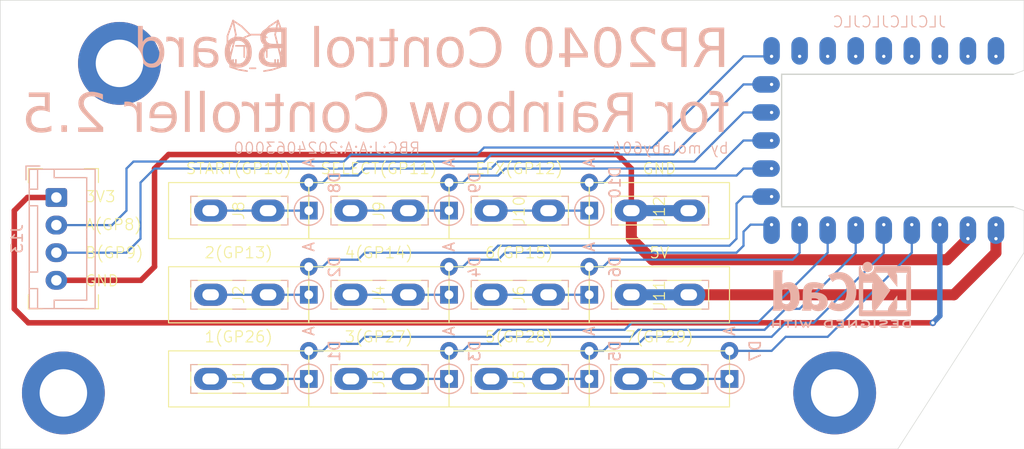
<source format=kicad_pcb>
(kicad_pcb (version 20240108) (generator "pcbnew") (generator_version "8.0")
  (layers (0 "F.Cu" signal) (31 "B.Cu" signal) (34 "B.Paste" user) (35 "F.Paste" user) (36 "B.SilkS" user "B.Silkscreen") (37 "F.SilkS" user "F.Silkscreen") (38 "B.Mask" user) (39 "F.Mask" user) (44 "Edge.Cuts" user))
  (net 0 "")
  (net 1 "+5V")
  (net 2 "GND")
  (net 3 "unconnected-(U1-1-Pad2)")
  (net 4 "unconnected-(U1-0-Pad1)")
  (net 5 "B1")
  (net 6 "B2")
  (net 7 "B3")
  (net 8 "B4")
  (net 9 "B5")
  (net 10 "B6")
  (net 11 "B7")
  (net 12 "STA")
  (net 13 "SEL")
  (net 14 "EFX")
  (net 15 "LEDA")
  (net 16 "LEDB")
  (net 17 "+3V3")
  (net 18 "unconnected-(U1-2-Pad3)")
  (net 19 "unconnected-(U1-5-Pad6)")
  (net 20 "unconnected-(U1-3-Pad4)")
  (net 21 "unconnected-(U1-7-Pad8)")
  (net 22 "unconnected-(U1-4-Pad5)")
  (net 23 "unconnected-(U1-6-Pad7)")
  (net 24 "Net-(D1-K)")
  (net 25 "Net-(D2-K)")
  (net 26 "Net-(D3-K)")
  (net 27 "Net-(D4-K)")
  (net 28 "Net-(D5-K)")
  (net 29 "Net-(D6-K)")
  (net 30 "Net-(D7-K)")
  (net 31 "Net-(D8-K)")
  (net 32 "Net-(D9-K)")
  (net 33 "Net-(D10-K)")
  (footprint "MountingHole:MountingHole_4.3mm_M4_DIN965_Pad_TopBottom" (layer "F.Cu") (at 71.755 34.925)
    (property "Reference" "REF**" (hide yes))
    (property "Value" "MountingHole_4.3mm_M4_DIN965_Pad_TopBottom" (hide yes))
    (pad "1" thru_hole circle (at 0 0) (size 4.7 4.7) (drill 4.3) (layers "*.Cu" "*.Mask"))
    (pad "1" connect circle (at 0 0) (size 7.5 7.5) (layers "F.Cu" "F.Mask"))
    (pad "1" connect circle (at 0 0) (size 7.5 7.5) (layers "B.Cu" "B.Mask"))
  )
  (footprint "Connector_Spade:DJ610-4.8x14" (layer "F.Cu") (at 92.71 63.5 90)
    (property "Reference" "J3" (at 0 2.54 90) (layer "F.SilkS") (effects (font (thickness 0.1))))
    (property "Value" "B3")
    (pad "1" thru_hole oval (at 0 0 90) (size 2 3) (drill oval 1 1.5) (layers "*.Cu" "*.Mask") (net 26 "Net-(D3-K)"))
    (pad "1" thru_hole oval (at 0 5.2 90) (size 2 3) (drill oval 1 1.5) (layers "*.Cu" "*.Mask") (net 26 "Net-(D3-K)"))
  )
  (footprint "Connector_Spade:DJ610-4.8x14" (layer "F.Cu") (at 92.71 55.88 90)
    (property "Reference" "J4" (at 0 2.54 90) (layer "F.SilkS") (effects (font (thickness 0.1))))
    (property "Value" "B4")
    (pad "1" thru_hole oval (at 0 0 90) (size 2 3) (drill oval 1 1.5) (layers "*.Cu" "*.Mask") (net 27 "Net-(D4-K)"))
    (pad "1" thru_hole oval (at 0 5.2 90) (size 2 3) (drill oval 1 1.5) (layers "*.Cu" "*.Mask") (net 27 "Net-(D4-K)"))
  )
  (footprint "Connector_Spade:DJ610-4.8x14" (layer "F.Cu") (at 92.71 48.26 90)
    (property "Reference" "J9" (at 0 2.54 90) (layer "F.SilkS") (effects (font (thickness 0.1))))
    (property "Value" "SEL")
    (pad "1" thru_hole oval (at 0 0 90) (size 2 3) (drill oval 1 1.5) (layers "*.Cu" "*.Mask") (net 32 "Net-(D9-K)"))
    (pad "1" thru_hole oval (at 0 5.2 90) (size 2 3) (drill oval 1 1.5) (layers "*.Cu" "*.Mask") (net 32 "Net-(D9-K)"))
  )
  (footprint "Connector_Spade:DJ610-4.8x14" (layer "F.Cu") (at 80.01 55.88 90)
    (property "Reference" "J2" (at 0 2.54 90) (layer "F.SilkS") (effects (font (thickness 0.1))))
    (property "Value" "B2")
    (pad "1" thru_hole oval (at 0 0 90) (size 2 3) (drill oval 1 1.5) (layers "*.Cu" "*.Mask") (net 25 "Net-(D2-K)"))
    (pad "1" thru_hole oval (at 0 5.2 90) (size 2 3) (drill oval 1 1.5) (layers "*.Cu" "*.Mask") (net 25 "Net-(D2-K)"))
  )
  (footprint "Connector_Spade:DJ610-4.8x14" (layer "F.Cu") (at 118.11 48.26 90)
    (property "Reference" "J12" (at 0 2.54 90) (layer "F.SilkS") (effects (font (thickness 0.1))))
    (property "Value" "GND")
    (pad "1" thru_hole oval (at 0 0 90) (size 2 3) (drill oval 1 1.5) (layers "*.Cu" "*.Mask") (net 2 "GND"))
    (pad "1" thru_hole oval (at 0 5.2 90) (size 2 3) (drill oval 1 1.5) (layers "*.Cu" "*.Mask") (net 2 "GND"))
  )
  (footprint "Connector_Spade:DJ610-4.8x14" (layer "F.Cu") (at 80.01 63.5 90)
    (property "Reference" "J1" (at 0 2.54 90) (layer "F.SilkS") (effects (font (thickness 0.1))))
    (property "Value" "B1")
    (pad "1" thru_hole oval (at 0 0 90) (size 2 3) (drill oval 1 1.5) (layers "*.Cu" "*.Mask") (net 24 "Net-(D1-K)"))
    (pad "1" thru_hole oval (at 0 5.2 90) (size 2 3) (drill oval 1 1.5) (layers "*.Cu" "*.Mask") (net 24 "Net-(D1-K)"))
  )
  (footprint "Connector_Spade:DJ610-4.8x14" (layer "F.Cu") (at 105.41 48.26 90)
    (property "Reference" "J10" (at 0 2.54 90) (layer "F.SilkS") (effects (font (thickness 0.1))))
    (property "Value" "EFX")
    (pad "1" thru_hole oval (at 0 0 90) (size 2 3) (drill oval 1 1.5) (layers "*.Cu" "*.Mask") (net 33 "Net-(D10-K)"))
    (pad "1" thru_hole oval (at 0 5.2 90) (size 2 3) (drill oval 1 1.5) (layers "*.Cu" "*.Mask") (net 33 "Net-(D10-K)"))
  )
  (footprint "MountingHole:MountingHole_4.3mm_M4_DIN965_Pad_TopBottom" (layer "F.Cu") (at 66.675 64.77)
    (property "Reference" "REF**" (hide yes))
    (property "Value" "MountingHole_4.3mm_M4_DIN965_Pad_TopBottom" (hide yes))
    (pad "1" thru_hole circle (at 0 0) (size 4.7 4.7) (drill 4.3) (layers "*.Cu" "*.Mask"))
    (pad "1" connect circle (at 0 0) (size 7.5 7.5) (layers "F.Cu" "F.Mask"))
    (pad "1" connect circle (at 0 0) (size 7.5 7.5) (layers "B.Cu" "B.Mask"))
  )
  (footprint "Connector_Spade:DJ610-4.8x14" (layer "F.Cu") (at 105.41 55.88 90)
    (property "Reference" "J6" (at 0 2.54 90) (layer "F.SilkS") (effects (font (thickness 0.1))))
    (property "Value" "B6")
    (pad "1" thru_hole oval (at 0 0 90) (size 2 3) (drill oval 1 1.5) (layers "*.Cu" "*.Mask") (net 29 "Net-(D6-K)"))
    (pad "1" thru_hole oval (at 0 5.2 90) (size 2 3) (drill oval 1 1.5) (layers "*.Cu" "*.Mask") (net 29 "Net-(D6-K)"))
  )
  (footprint "Connector_Spade:DJ610-4.8x14" (layer "F.Cu") (at 80.01 48.26 90)
    (property "Reference" "J8" (at 0 2.54 90) (layer "F.SilkS") (effects (font (thickness 0.1))))
    (property "Value" "STA")
    (pad "1" thru_hole oval (at 0 0 90) (size 2 3) (drill oval 1 1.5) (layers "*.Cu" "*.Mask") (net 31 "Net-(D8-K)"))
    (pad "1" thru_hole oval (at 0 5.2 90) (size 2 3) (drill oval 1 1.5) (layers "*.Cu" "*.Mask") (net 31 "Net-(D8-K)"))
  )
  (footprint "Connector_Spade:DJ610-4.8x14" (layer "F.Cu") (at 118.11 55.88 90)
    (property "Reference" "J11" (at 0 2.54 90) (layer "F.SilkS") (effects (font (thickness 0.1))))
    (property "Value" "5V")
    (pad "1" thru_hole oval (at 0 0 90) (size 2 3) (drill oval 1 1.5) (layers "*.Cu" "*.Mask") (net 1 "+5V"))
    (pad "1" thru_hole oval (at 0 5.2 90) (size 2 3) (drill oval 1 1.5) (layers "*.Cu" "*.Mask") (net 1 "+5V"))
  )
  (footprint "MountingHole:MountingHole_4.3mm_M4_DIN965_Pad_TopBottom" (layer "F.Cu") (at 136.525 64.77)
    (property "Reference" "REF**" (hide yes))
    (property "Value" "MountingHole_4.3mm_M4_DIN965_Pad_TopBottom" (hide yes))
    (pad "1" thru_hole circle (at 0 0) (size 4.7 4.7) (drill 4.3) (layers "*.Cu" "*.Mask"))
    (pad "1" connect circle (at 0 0) (size 7.5 7.5) (layers "F.Cu" "F.Mask"))
    (pad "1" connect circle (at 0 0) (size 7.5 7.5) (layers "B.Cu" "B.Mask"))
  )
  (footprint "Connector_Spade:DJ610-4.8x14" (layer "F.Cu") (at 118.05 63.5 90)
    (property "Reference" "J7" (at 0 2.6 90) (layer "F.SilkS") (effects (font (thickness 0.1))))
    (property "Value" "B7")
    (pad "1" thru_hole oval (at 0 0 90) (size 2 3) (drill oval 1 1.5) (layers "*.Cu" "*.Mask") (net 30 "Net-(D7-K)"))
    (pad "1" thru_hole oval (at 0 5.2 90) (size 2 3) (drill oval 1 1.5) (layers "*.Cu" "*.Mask") (net 30 "Net-(D7-K)"))
  )
  (footprint "Connector_Spade:DJ610-4.8x14" (layer "F.Cu") (at 105.41 63.5 90)
    (property "Reference" "J5" (at 0 2.54 90) (layer "F.SilkS") (effects (font (thickness 0.1))))
    (property "Value" "B5")
    (pad "1" thru_hole oval (at 0 0 90) (size 2 3) (drill oval 1 1.5) (layers "*.Cu" "*.Mask") (net 28 "Net-(D5-K)"))
    (pad "1" thru_hole oval (at 0 5.2 90) (size 2 3) (drill oval 1 1.5) (layers "*.Cu" "*.Mask") (net 28 "Net-(D5-K)"))
  )
  (footprint "Connector_JST:JST_XH_B4B-XH-A_1x04_P2.50mm_Vertical" (layer "B.Cu") (at 66.04 47.07 -90)
    (property "Reference" "J13" (at 3.75 3.55 90) (layer "B.SilkS") (effects (justify mirror)))
    (property "Value" "Conn_01x04")
    (pad "1" thru_hole roundrect (at 0 0 270) (size 1.7 1.95) (drill 0.95) (layers "*.Cu" "*.Mask") (roundrect_rratio 0.147059) (net 17 "+3V3"))
    (pad "2" thru_hole oval (at 2.5 0 270) (size 1.7 1.95) (drill 0.95) (layers "*.Cu" "*.Mask") (net 15 "LEDA"))
    (pad "3" thru_hole oval (at 5 0 270) (size 1.7 1.95) (drill 0.95) (layers "*.Cu" "*.Mask") (net 16 "LEDB"))
    (pad "4" thru_hole oval (at 7.5 0 270) (size 1.7 1.95) (drill 0.95) (layers "*.Cu" "*.Mask") (net 2 "GND"))
  )
  (footprint "Diode_THT:D_DO-35_SOD27_P2.54mm_Vertical_AnodeUp" (layer "B.Cu") (at 114.3 63.5 90)
    (property "Reference" "D5" (at 2.54 2.326371 -90) (layer "B.SilkS") (effects (justify mirror)))
    (property "Value" "D")
    (fp_text user "A" (at 4.34 0 -90) (layer "B.SilkS") (effects (justify mirror)))
    (pad "1" thru_hole rect (at 0 0 90) (size 1.6 1.6) (drill 0.8) (layers "*.Cu" "*.Mask") (net 28 "Net-(D5-K)"))
    (pad "2" thru_hole oval (at 2.54 0 90) (size 1.6 1.6) (drill 0.8) (layers "*.Cu" "*.Mask") (net 9 "B5"))
  )
  (footprint "Diode_THT:D_DO-35_SOD27_P2.54mm_Vertical_AnodeUp" (layer "B.Cu") (at 88.9 55.88 90)
    (property "Reference" "D2" (at 2.54 2.326371 -90) (layer "B.SilkS") (effects (justify mirror)))
    (property "Value" "D")
    (fp_text user "A" (at 4.34 0 -90) (layer "B.SilkS") (effects (justify mirror)))
    (pad "1" thru_hole rect (at 0 0 90) (size 1.6 1.6) (drill 0.8) (layers "*.Cu" "*.Mask") (net 25 "Net-(D2-K)"))
    (pad "2" thru_hole oval (at 2.54 0 90) (size 1.6 1.6) (drill 0.8) (layers "*.Cu" "*.Mask") (net 6 "B2"))
  )
  (footprint "Symbol:KiCad-Logo2_5mm_SilkScreen" (layer "B.Cu") (at 137.16 55.88 180)
    (property "Reference" "REF**" (hide yes))
    (property "Value" "KiCad-Logo2_5mm_SilkScreen" (hide yes))
  )
  (footprint "Diode_THT:D_DO-35_SOD27_P2.54mm_Vertical_AnodeUp" (layer "B.Cu") (at 88.9 48.26 90)
    (property "Reference" "D8" (at 2.54 2.326371 -90) (layer "B.SilkS") (effects (justify mirror)))
    (property "Value" "D")
    (fp_text user "A" (at 4.34 0 -90) (layer "B.SilkS") (effects (justify mirror)))
    (pad "1" thru_hole rect (at 0 0 90) (size 1.6 1.6) (drill 0.8) (layers "*.Cu" "*.Mask") (net 31 "Net-(D8-K)"))
    (pad "2" thru_hole oval (at 2.54 0 90) (size 1.6 1.6) (drill 0.8) (layers "*.Cu" "*.Mask") (net 12 "STA"))
  )
  (footprint "Diode_THT:D_DO-35_SOD27_P2.54mm_Vertical_AnodeUp" (layer "B.Cu") (at 101.6 48.26 90)
    (property "Reference" "D9" (at 2.54 2.326371 -90) (layer "B.SilkS") (effects (justify mirror)))
    (property "Value" "D")
    (fp_text user "A" (at 4.34 0 -90) (layer "B.SilkS") (effects (justify mirror)))
    (pad "1" thru_hole rect (at 0 0 90) (size 1.6 1.6) (drill 0.8) (layers "*.Cu" "*.Mask") (net 32 "Net-(D9-K)"))
    (pad "2" thru_hole oval (at 2.54 0 90) (size 1.6 1.6) (drill 0.8) (layers "*.Cu" "*.Mask") (net 13 "SEL"))
  )
  (footprint "Diode_THT:D_DO-35_SOD27_P2.54mm_Vertical_AnodeUp" (layer "B.Cu") (at 114.3 55.88 90)
    (property "Reference" "D6" (at 2.54 2.326371 -90) (layer "B.SilkS") (effects (justify mirror)))
    (property "Value" "D")
    (fp_text user "A" (at 4.34 0 -90) (layer "B.SilkS") (effects (justify mirror)))
    (pad "1" thru_hole rect (at 0 0 90) (size 1.6 1.6) (drill 0.8) (layers "*.Cu" "*.Mask") (net 29 "Net-(D6-K)"))
    (pad "2" thru_hole oval (at 2.54 0 90) (size 1.6 1.6) (drill 0.8) (layers "*.Cu" "*.Mask") (net 10 "B6"))
  )
  (footprint "Kleeb_MCU:rp2040-zero-smd" (layer "B.Cu") (at 140.97 41.91 90)
    (property "Reference" "U1" (hide yes))
    (property "Value" "rp2040-zero" (hide yes))
    (fp_line (start 6 -9.25) (end -6 -9.25) (stroke (width 0.12)) (layer "Edge.Cuts"))
    (fp_line (start -6 -9.25) (end -6 11.75) (stroke (width 0.12)) (layer "Edge.Cuts"))
    (fp_line (start 6 11.75) (end 6 -9.25) (stroke (width 0.12)) (layer "Edge.Cuts"))
    (pad "1" smd oval (at 7.62 10.16 270) (size 2.5 1.5) (drill (offset -0.5 0)) (layers "B.Cu" "B.Paste" "B.Mask") (net 4 "unconnected-(U1-0-Pad1)"))
    (pad "2" smd oval (at 7.62 7.62 270) (size 2.5 1.5) (drill (offset -0.5 0)) (layers "B.Cu" "B.Paste" "B.Mask") (net 3 "unconnected-(U1-1-Pad2)"))
    (pad "3" smd oval (at 7.62 5.08 270) (size 2.5 1.5) (drill (offset -0.5 0)) (layers "B.Cu" "B.Paste" "B.Mask") (net 18 "unconnected-(U1-2-Pad3)"))
    (pad "4" smd oval (at 7.62 2.54 270) (size 2.5 1.5) (drill (offset -0.5 0)) (layers "B.Cu" "B.Paste" "B.Mask") (net 20 "unconnected-(U1-3-Pad4)"))
    (pad "5" smd oval (at 7.62 0 270) (size 2.5 1.5) (drill (offset -0.5 0)) (layers "B.Cu" "B.Paste" "B.Mask") (net 22 "unconnected-(U1-4-Pad5)"))
    (pad "6" smd oval (at 7.62 -2.54 270) (size 2.5 1.5) (drill (offset -0.5 0)) (layers "B.Cu" "B.Paste" "B.Mask") (net 19 "unconnected-(U1-5-Pad6)"))
    (pad "7" smd oval (at 7.62 -5.08 270) (size 2.5 1.5) (drill (offset -0.5 0)) (layers "B.Cu" "B.Paste" "B.Mask") (net 23 "unconnected-(U1-6-Pad7)"))
    (pad "8" smd oval (at 7.62 -7.62 270) (size 2.5 1.5) (drill (offset -0.5 0)) (layers "B.Cu" "B.Paste" "B.Mask") (net 21 "unconnected-(U1-7-Pad8)"))
    (pad "9" smd oval (at 7.62 -10.16 270) (size 2.5 1.5) (drill (offset -0.5 0)) (layers "B.Cu" "B.Paste" "B.Mask") (net 15 "LEDA"))
    (pad "10" smd oval (at 5.08 -10.16) (size 2.5 1.5) (drill (offset -0.5 0)) (layers "B.Cu" "B.Paste" "B.Mask") (net 16 "LEDB"))
    (pad "11" smd oval (at 2.54 -10.16) (size 2.5 1.5) (drill (offset -0.5 0)) (layers "B.Cu" "B.Paste" "B.Mask") (net 12 "STA"))
    (pad "12" smd oval (at 0 -10.16) (size 2.5 1.5) (drill (offset -0.5 0)) (layers "B.Cu" "B.Paste" "B.Mask") (net 13 "SEL"))
    (pad "13" smd oval (at -2.54 -10.16) (size 2.5 1.5) (drill (offset -0.5 0)) (layers "B.Cu" "B.Paste" "B.Mask") (net 14 "EFX"))
    (pad "14" smd oval (at -5.08 -10.16) (size 2.5 1.5) (drill (offset -0.5 0)) (layers "B.Cu" "B.Paste" "B.Mask") (net 6 "B2"))
    (pad "15" smd oval (at -7.62 -10.16 90) (size 2.5 1.5) (drill (offset -0.5 0)) (layers "B.Cu" "B.Paste" "B.Mask") (net 8 "B4"))
    (pad "16" smd oval (at -7.62 -7.62 90) (size 2.5 1.5) (drill (offset -0.5 0)) (layers "B.Cu" "B.Paste" "B.Mask") (net 10 "B6"))
    (pad "17" smd oval (at -7.62 -5.08 90) (size 2.5 1.5) (drill (offset -0.5 0)) (layers "B.Cu" "B.Paste" "B.Mask") (net 5 "B1"))
    (pad "18" smd oval (at -7.62 -2.54 90) (size 2.5 1.5) (drill (offset -0.5 0)) (layers "B.Cu" "B.Paste" "B.Mask") (net 7 "B3"))
    (pad "19" smd oval (at -7.62 0 90) (size 2.5 1.5) (drill (offset -0.5 0)) (layers "B.Cu" "B.Paste" "B.Mask") (net 9 "B5"))
    (pad "20" smd oval (at -7.62 2.54 90) (size 2.5 1.5) (drill (offset -0.5 0)) (layers "B.Cu" "B.Paste" "B.Mask") (net 11 "B7"))
    (pad "21" smd oval (at -7.62 5.08 90) (size 2.5 1.5) (drill (offset -0.5 0)) (layers "B.Cu" "B.Paste" "B.Mask") (net 17 "+3V3"))
    (pad "22" smd oval (at -7.62 7.62 90) (size 2.5 1.5) (drill (offset -0.5 0)) (layers "B.Cu" "B.Paste" "B.Mask") (net 2 "GND"))
    (pad "23" smd oval (at -7.62 10.16 90) (size 2.5 1.5) (drill (offset -0.5 0)) (layers "B.Cu" "B.Paste" "B.Mask") (net 1 "+5V"))
  )
  (footprint "Diode_THT:D_DO-35_SOD27_P2.54mm_Vertical_AnodeUp" (layer "B.Cu") (at 114.3 48.26 90)
    (property "Reference" "D10" (at 2.54 2.326371 -90) (layer "B.SilkS") (effects (justify mirror)))
    (property "Value" "D")
    (fp_text user "A" (at 4.34 0 -90) (layer "B.SilkS") (effects (justify mirror)))
    (pad "1" thru_hole rect (at 0 0 90) (size 1.6 1.6) (drill 0.8) (layers "*.Cu" "*.Mask") (net 33 "Net-(D10-K)"))
    (pad "2" thru_hole oval (at 2.54 0 90) (size 1.6 1.6) (drill 0.8) (layers "*.Cu" "*.Mask") (net 14 "EFX"))
  )
  (footprint "Diode_THT:D_DO-35_SOD27_P2.54mm_Vertical_AnodeUp" (layer "B.Cu") (at 101.6 63.5 90)
    (property "Reference" "D3" (at 2.54 2.326371 -90) (layer "B.SilkS") (effects (justify mirror)))
    (property "Value" "D")
    (fp_text user "A" (at 4.34 0 -90) (layer "B.SilkS") (effects (justify mirror)))
    (pad "1" thru_hole rect (at 0 0 90) (size 1.6 1.6) (drill 0.8) (layers "*.Cu" "*.Mask") (net 26 "Net-(D3-K)"))
    (pad "2" thru_hole oval (at 2.54 0 90) (size 1.6 1.6) (drill 0.8) (layers "*.Cu" "*.Mask") (net 7 "B3"))
  )
  (footprint "Diode_THT:D_DO-35_SOD27_P2.54mm_Vertical_AnodeUp" (layer "B.Cu") (at 127 63.5 90)
    (property "Reference" "D7" (at 2.54 2.326371 -90) (layer "B.SilkS") (effects (justify mirror)))
    (property "Value" "D")
    (fp_text user "A" (at 4.34 0 -90) (layer "B.SilkS") (effects (justify mirror)))
    (pad "1" thru_hole rect (at 0 0 90) (size 1.6 1.6) (drill 0.8) (layers "*.Cu" "*.Mask") (net 30 "Net-(D7-K)"))
    (pad "2" thru_hole oval (at 2.54 0 90) (size 1.6 1.6) (drill 0.8) (layers "*.Cu" "*.Mask") (net 11 "B7"))
  )
  (footprint "Diode_THT:D_DO-35_SOD27_P2.54mm_Vertical_AnodeUp" (layer "B.Cu") (at 88.9 63.5 90)
    (property "Reference" "D1" (at 2.54 2.326371 -90) (layer "B.SilkS") (effects (justify mirror)))
    (property "Value" "D")
    (fp_text user "A" (at 4.34 0 -90) (layer "B.SilkS") (effects (justify mirror)))
    (pad "1" thru_hole rect (at 0 0 90) (size 1.6 1.6) (drill 0.8) (layers "*.Cu" "*.Mask") (net 24 "Net-(D1-K)"))
    (pad "2" thru_hole oval (at 2.54 0 90) (size 1.6 1.6) (drill 0.8) (layers "*.Cu" "*.Mask") (net 5 "B1"))
  )
  (footprint "Diode_THT:D_DO-35_SOD27_P2.54mm_Vertical_AnodeUp" (layer "B.Cu") (at 101.6 55.88 90)
    (property "Reference" "D4" (at 2.54 2.326371 -90) (layer "B.SilkS") (effects (justify mirror)))
    (property "Value" "D")
    (fp_text user "A" (at 4.34 0 -90) (layer "B.SilkS") (effects (justify mirror)))
    (pad "1" thru_hole rect (at 0 0 90) (size 1.6 1.6) (drill 0.8) (layers "*.Cu" "*.Mask") (net 27 "Net-(D4-K)"))
    (pad "2" thru_hole oval (at 2.54 0 90) (size 1.6 1.6) (drill 0.8) (layers "*.Cu" "*.Mask") (net 8 "B4"))
  )
  (gr_line (start 82.296 32.3215) (end 82.042 31.0515) (stroke (width 0.15)) (layer "B.SilkS"))
  (gr_line (start 81.534 32.4485) (end 81.534 33.2105) (stroke (width 0.15)) (layer "B.SilkS"))
  (gr_line (start 85.09 34.3535) (end 85.09 33.3375) (stroke (width 0.15)) (layer "B.SilkS"))
  (gr_line (start 82.296 34.6075) (end 82.296 34.8615) (stroke (width 0.15)) (layer "B.SilkS"))
  (gr_line (start 83.058 32.5755) (end 83.693 32.3215) (stroke (width 0.15)) (layer "B.SilkS"))
  (gr_line (start 82.296 33.3375) (end 83.312 33.3375) (stroke (width 0.15)) (layer "B.SilkS"))
  (gr_line (start 81.788 35.2425) (end 81.788 34.3535) (stroke (width 0.15)) (layer "B.SilkS"))
  (gr_line (start 82.042 34.8615) (end 82.042 34.6075) (stroke (width 0.15)) (layer "B.SilkS"))
  (gr_line (start 85.344 31.5595) (end 86.106 31.0515) (stroke (width 0.15)) (layer "B.SilkS"))
  (gr_line (start 82.042 31.0515) (end 82.804 31.5595) (stroke (width 0.15)) (layer "B.SilkS"))
  (gr_line (start 83.058 33.3375) (end 83.058 34.3535) (stroke (width 0.15)) (layer "B.SilkS"))
  (gr_line (start 82.804 31.5595) (end 83.566 32.3215) (stroke (width 0.15)) (layer "B.SilkS"))
  (gr_line (start 86.36 34.3535) (end 85.852 32.3215) (stroke (width 0.15)) (layer "B.SilkS"))
  (gr_line (start 86.614 32.4485) (end 86.106 31.0515) (stroke (width 0.15)) (layer "B.SilkS"))
  (gr_line (start 85.598 35.4965) (end 86.36 35.2425) (stroke (width 0.15)) (layer "B.SilkS"))
  (gr_line (start 82.55 35.4965) (end 83.312 35.6235) (stroke (width 0.15)) (layer "B.SilkS"))
  (gr_line (start 86.614 33.2105) (end 86.614 32.4485) (stroke (width 0.15)) (layer "B.SilkS"))
  (gr_line (start 86.36 35.2425) (end 86.36 34.3535) (stroke (width 0.15)) (layer "B.SilkS"))
  (gr_line (start 86.36 34.0995) (end 86.614 33.2105) (stroke (width 0.15)) (layer "B.SilkS"))
  (gr_line (start 83.566 35.3695) (end 84.074 35.3695) (stroke (width 0.15)) (layer "B.SilkS"))
  (gr_line (start 84.836 35.6235) (end 85.598 35.4965) (stroke (width 0.15)) (layer "B.SilkS"))
  (gr_line (start 84.836 33.3375) (end 85.852 33.3375) (stroke (width 0.15)) (layer "B.SilkS"))
  (gr_line (start 85.852 32.3215) (end 86.106 31.0515) (stroke (width 0.15)) (layer "B.SilkS"))
  (gr_line (start 84.455 32.3215) (end 83.693 32.3215) (stroke (width 0.15)) (layer "B.SilkS"))
  (gr_line (start 84.455 32.3215) (end 85.09 32.5755) (stroke (width 0.15)) (layer "B.SilkS"))
  (gr_line (start 81.788 34.0995) (end 81.534 33.2105) (stroke (width 0.15)) (layer "B.SilkS"))
  (gr_line (start 84.582 32.3215) (end 85.344 31.5595) (stroke (width 0.15)) (layer "B.SilkS"))
  (gr_line (start 82.55 35.4965) (end 81.788 35.2425) (stroke (width 0.15)) (layer "B.SilkS"))
  (gr_line (start 82.042 31.0515) (end 81.534 32.4485) (stroke (width 0.15)) (layer "B.SilkS"))
  (gr_line (start 85.852 34.8615) (end 85.852 34.6075) (stroke (width 0.15)) (layer "B.SilkS"))
  (gr_line (start 86.106 34.8615) (end 86.106 34.6075) (stroke (width 0.15)) (layer "B.SilkS"))
  (gr_line (start 81.788 34.3535) (end 82.296 32.3215) (stroke (width 0.15)) (layer "B.SilkS"))
  (gr_line (start 63.5 44.45) (end 63.5 45.72) (stroke (width 0.1)) (layer "F.SilkS"))
  (gr_rect (start 88.9 45.72) (end 101.6 50.8) (stroke (width 0.1)) (fill none) (layer "F.SilkS"))
  (gr_line (start 69.85 44.45) (end 69.85 45.72) (stroke (width 0.1)) (layer "F.SilkS"))
  (gr_rect (start 114.3 45.72) (end 127 50.8) (stroke (width 0.1)) (fill none) (layer "F.SilkS"))
  (gr_rect (start 88.9 60.96) (end 101.6 66.04) (stroke (width 0.1)) (fill none) (layer "F.SilkS"))
  (gr_line (start 64.77 44.45) (end 63.5 44.45) (stroke (width 0.1)) (layer "F.SilkS"))
  (gr_line (start 63.5 57.15) (end 64.77 57.15) (stroke (width 0.1)) (layer "F.SilkS"))
  (gr_rect (start 101.6 53.34) (end 114.3 58.42) (stroke (width 0.1)) (fill none) (layer "F.SilkS"))
  (gr_line (start 69.85 57.15) (end 69.85 55.88) (stroke (width 0.1)) (layer "F.SilkS"))
  (gr_rect (start 76.2 60.96) (end 88.9 66.04) (stroke (width 0.1)) (fill none) (layer "F.SilkS"))
  (gr_rect (start 114.3 60.96) (end 127 66.04) (stroke (width 0.1)) (fill none) (layer "F.SilkS"))
  (gr_line (start 68.58 57.15) (end 69.85 57.15) (stroke (width 0.1)) (layer "F.SilkS"))
  (gr_rect (start 76.2 53.34) (end 88.9 58.42) (stroke (width 0.1)) (fill none) (layer "F.SilkS"))
  (gr_line (start 68.58 44.45) (end 69.85 44.45) (stroke (width 0.1)) (layer "F.SilkS"))
  (gr_rect (start 76.2 45.72) (end 88.9 50.8) (stroke (width 0.1)) (fill none) (layer "F.SilkS"))
  (gr_rect (start 101.6 60.96) (end 114.3 66.04) (stroke (width 0.1)) (fill none) (layer "F.SilkS"))
  (gr_rect (start 114.3 53.34) (end 127 58.42) (stroke (width 0.1)) (fill none) (layer "F.SilkS"))
  (gr_rect (start 88.9 53.34) (end 101.6 58.42) (stroke (width 0.1)) (fill none) (layer "F.SilkS"))
  (gr_line (start 63.5 55.88) (end 63.5 57.15) (stroke (width 0.1)) (layer "F.SilkS"))
  (gr_rect (start 101.6 45.72) (end 114.3 50.8) (stroke (width 0.1)) (fill none) (layer "F.SilkS"))
  (gr_line (start 153.67 35.56) (end 153.67 29.21) (stroke (width 0.05)) (layer "Edge.Cuts"))
  (gr_line (start 60.96 29.21) (end 153.67 29.21) (stroke (width 0.05)) (layer "Edge.Cuts"))
  (gr_line (start 142.24 69.85) (end 60.96 69.85) (stroke (width 0.05)) (layer "Edge.Cuts"))
  (gr_line (start 153.67 52.07) (end 142.24 69.85) (stroke (width 0.05)) (layer "Edge.Cuts"))
  (gr_line (start 152.72 47.91) (end 153.67 48.26) (stroke (width 0.05)) (layer "Edge.Cuts"))
  (gr_line (start 152.72 35.91) (end 153.67 35.56) (stroke (width 0.05)) (layer "Edge.Cuts"))
  (gr_line (start 60.96 69.85) (end 60.96 29.21) (stroke (width 0.05)) (layer "Edge.Cuts"))
  (gr_line (start 153.67 52.07) (end 153.67 48.26) (stroke (width 0.05)) (layer "Edge.Cuts"))
  (gr_text "by molaby604" (at 127 43.18 0) (layer "B.SilkS") (effects (font (size 1 1) (thickness 0.1)) (justify left bottom mirror)))
  (gr_text "RP2040 Control Board\nfor Rainbow Controller 2.5" (at 127 31.75 0) (layer "B.SilkS") (effects (font (size 3.5 3.5) (thickness 0.1)) (justify left top mirror)))
  (gr_text "JLCJLCJLCJLC" (at 146.685 31.75 0) (layer "B.SilkS") (effects (font (size 1 1) (thickness 0.1)) (justify left bottom mirror)))
  (gr_text "RBC:J:A:A:2024063000" (at 99.06 43.18 0) (layer "B.SilkS") (effects (font (size 1 1) (thickness 0.1)) (justify left bottom mirror)))
  (gr_text "3(GP27)" (at 95.25 59.69 0) (layer "F.SilkS") (effects (font (size 1 1) (thickness 0.1))))
  (gr_text "4(GP14)" (at 95.25 52.07 0) (layer "F.SilkS") (effects (font (size 1 1) (thickness 0.1))))
  (gr_text "GND" (at 120.65 44.45 0) (layer "F.SilkS") (effects (font (size 1 1) (thickness 0.1))))
  (gr_text "7(GP29)" (at 120.65 59.69 0) (layer "F.SilkS") (effects (font (size 1 1) (thickness 0.1))))
  (gr_text "6(GP15)" (at 107.95 52.07 0) (layer "F.SilkS") (effects (font (size 1 1) (thickness 0.1))))
  (gr_text "2(GP13)" (at 82.55 52.07 0) (layer "F.SilkS") (effects (font (size 1 1) (thickness 0.1))))
  (gr_text "B(GP9)" (at 68.58 52.07 0) (layer "F.SilkS") (effects (font (size 1 1) (thickness 0.1)) (justify left)))
  (gr_text "5(GP28)" (at 107.95 59.69 0) (layer "F.SilkS") (effects (font (size 1 1) (thickness 0.1))))
  (gr_text "1(GP26)" (at 82.55 59.69 0) (layer "F.SilkS") (effects (font (size 1 1) (thickness 0.1))))
  (gr_text "GND" (at 68.58 54.61 0) (layer "F.SilkS") (effects (font (size 1 1) (thickness 0.1)) (justify left)))
  (gr_text "SELECT(GP11)" (at 95.25 44.45 0) (layer "F.SilkS") (effects (font (size 1 1) (thickness 0.1))))
  (gr_text "A(GP8)" (at 68.58 49.53 0) (layer "F.SilkS") (effects (font (size 1 1) (thickness 0.1)) (justify left)))
  (gr_text "5V" (at 120.65 52.07 0) (layer "F.SilkS") (effects (font (size 1 1) (thickness 0.1))))
  (gr_text "3V3" (at 68.58 46.99 0) (layer "F.SilkS") (effects (font (size 1 1) (thickness 0.1)) (justify left)))
  (gr_text "EFX(GP12)" (at 107.95 44.45 0) (layer "F.SilkS") (effects (font (size 1 1) (thickness 0.1))))
  (gr_text "START(GP10)" (at 82.55 44.45 0) (layer "F.SilkS") (effects (font (size 1 1) (thickness 0.1))))
  (segment (start 151.13 52.07) (end 151.13 50.8) (width 1) (layer "F.Cu") (net 1))
  (segment (start 123.31 55.88) (end 147.32 55.88) (width 1) (layer "F.Cu") (net 1))
  (segment (start 147.32 55.88) (end 151.13 52.07) (width 1) (layer "F.Cu") (net 1))
  (segment (start 151.13 50.8) (end 151.13 49.53) (width 1) (layer "F.Cu") (net 1))
  (via (at 151.13 50.8) (size 0.6) (drill 0.3) (layers "F.Cu" "B.Cu") (net 1))
  (via (at 151.13 49.53) (size 0.6) (drill 0.3) (layers "F.Cu" "B.Cu") (net 1))
  (segment (start 123.31 55.88) (end 118.11 55.88) (width 1) (layer "B.Cu") (net 1))
  (segment (start 74.93 44.45) (end 74.93 53.34) (width 0.5) (layer "F.Cu") (net 2))
  (segment (start 118.11 50.8) (end 118.11 48.26) (width 1) (layer "F.Cu") (net 2))
  (segment (start 74.93 53.34) (end 73.7 54.57) (width 0.5) (layer "F.Cu") (net 2))
  (segment (start 148.59 49.53) (end 148.59 50.8) (width 1) (layer "F.Cu") (net 2))
  (segment (start 146.685 52.705) (end 120.015 52.705) (width 1) (layer "F.Cu") (net 2))
  (segment (start 118.11 44.45) (end 116.84 43.18) (width 0.5) (layer "F.Cu") (net 2))
  (segment (start 73.7 54.57) (end 66.04 54.57) (width 0.5) (layer "F.Cu") (net 2))
  (segment (start 76.2 43.18) (end 74.93 44.45) (width 0.5) (layer "F.Cu") (net 2))
  (segment (start 116.84 43.18) (end 76.2 43.18) (width 0.5) (layer "F.Cu") (net 2))
  (segment (start 120.015 52.705) (end 118.11 50.8) (width 1) (layer "F.Cu") (net 2))
  (segment (start 148.59 50.8) (end 146.685 52.705) (width 1) (layer "F.Cu") (net 2))
  (segment (start 118.11 48.26) (end 118.11 44.45) (width 0.5) (layer "F.Cu") (net 2))
  (via (at 148.59 50.8) (size 0.6) (drill 0.3) (layers "F.Cu" "B.Cu") (net 2))
  (via (at 148.59 49.53) (size 0.6) (drill 0.3) (layers "F.Cu" "B.Cu") (net 2))
  (segment (start 118.11 48.26) (end 123.31 48.26) (width 1) (layer "B.Cu") (net 2))
  (via (at 148.59 34.29) (size 0.6) (drill 0.3) (layers "F.Cu" "B.Cu") (net 3))
  (via (at 151.13 34.29) (size 0.6) (drill 0.3) (layers "F.Cu" "B.Cu") (net 4))
  (via (at 135.89 49.53) (size 0.6) (drill 0.3) (layers "F.Cu" "B.Cu") (net 5))
  (segment (start 93.98 59.69) (end 105.41 59.69) (width 0.2) (layer "B.Cu") (net 5))
  (segment (start 90.805 60.325) (end 93.345 60.325) (width 0.2) (layer "B.Cu") (net 5))
  (segment (start 93.345 60.325) (end 93.98 59.69) (width 0.2) (layer "B.Cu") (net 5))
  (segment (start 118.144657 58.42) (end 129.54 58.42) (width 0.2) (layer "B.Cu") (net 5))
  (segment (start 105.41 59.69) (end 106.045 59.055) (width 0.2) (layer "B.Cu") (net 5))
  (segment (start 90.17 60.96) (end 90.805 60.325) (width 0.2) (layer "B.Cu") (net 5))
  (segment (start 106.045 59.055) (end 117.509657 59.055) (width 0.2) (layer "B.Cu") (net 5))
  (segment (start 135.89 52.07) (end 135.89 49.53) (width 0.2) (layer "B.Cu") (net 5))
  (segment (start 129.54 58.42) (end 135.89 52.07) (width 0.2) (layer "B.Cu") (net 5))
  (segment (start 88.9 60.96) (end 90.17 60.96) (width 0.2) (layer "B.Cu") (net 5))
  (segment (start 117.509657 59.055) (end 118.144657 58.42) (width 0.2) (layer "B.Cu") (net 5))
  (via (at 130.81 46.99) (size 0.6) (drill 0.3) (layers "F.Cu" "B.Cu") (net 6))
  (segment (start 93.345 52.705) (end 93.98 52.07) (width 0.2) (layer "B.Cu") (net 6))
  (segment (start 128.27 46.99) (end 130.81 46.99) (width 0.2) (layer "B.Cu") (net 6))
  (segment (start 127 51.435) (end 127.635 50.8) (width 0.2) (layer "B.Cu") (net 6))
  (segment (start 106.045 51.435) (end 127 51.435) (width 0.2) (layer "B.Cu") (net 6))
  (segment (start 127.635 47.625) (end 128.27 46.99) (width 0.2) (layer "B.Cu") (net 6))
  (segment (start 90.805 52.705) (end 93.345 52.705) (width 0.2) (layer "B.Cu") (net 6))
  (segment (start 90.17 53.34) (end 90.805 52.705) (width 0.2) (layer "B.Cu") (net 6))
  (segment (start 105.41 52.07) (end 106.045 51.435) (width 0.2) (layer "B.Cu") (net 6))
  (segment (start 88.9 53.34) (end 90.17 53.34) (width 0.2) (layer "B.Cu") (net 6))
  (segment (start 127.635 50.8) (end 127.635 47.625) (width 0.2) (layer "B.Cu") (net 6))
  (segment (start 93.98 52.07) (end 105.41 52.07) (width 0.2) (layer "B.Cu") (net 6))
  (via (at 138.43 49.53) (size 0.6) (drill 0.3) (layers "F.Cu" "B.Cu") (net 7))
  (segment (start 133.35 57.15) (end 138.43 52.07) (width 0.2) (layer "B.Cu") (net 7))
  (segment (start 132.08 57.15) (end 133.35 57.15) (width 0.2) (layer "B.Cu") (net 7))
  (segment (start 102.87 60.96) (end 103.505 60.325) (width 0.2) (layer "B.Cu") (net 7))
  (segment (start 103.505 60.325) (end 106.045 60.325) (width 0.2) (layer "B.Cu") (net 7))
  (segment (start 130.175 59.055) (end 132.08 57.15) (width 0.2) (layer "B.Cu") (net 7))
  (segment (start 118.745 59.055) (end 130.175 59.055) (width 0.2) (layer "B.Cu") (net 7))
  (segment (start 138.43 52.07) (end 138.43 49.53) (width 0.2) (layer "B.Cu") (net 7))
  (segment (start 106.68 59.69) (end 118.11 59.69) (width 0.2) (layer "B.Cu") (net 7))
  (segment (start 106.045 60.325) (end 106.68 59.69) (width 0.2) (layer "B.Cu") (net 7))
  (segment (start 118.11 59.69) (end 118.745 59.055) (width 0.2) (layer "B.Cu") (net 7))
  (segment (start 101.6 60.96) (end 102.87 60.96) (width 0.2) (layer "B.Cu") (net 7))
  (via (at 130.81 49.53) (size 0.6) (drill 0.3) (layers "F.Cu" "B.Cu") (net 8))
  (segment (start 128.905 49.53) (end 130.81 49.53) (width 0.2) (layer "B.Cu") (net 8))
  (segment (start 106.045 52.705) (end 106.68 52.07) (width 0.2) (layer "B.Cu") (net 8))
  (segment (start 128.27 50.165) (end 128.905 49.53) (width 0.2) (layer "B.Cu") (net 8))
  (segment (start 106.68 52.07) (end 127.635 52.07) (width 0.2) (layer "B.Cu") (net 8))
  (segment (start 101.6 53.34) (end 102.87 53.34) (width 0.2) (layer "B.Cu") (net 8))
  (segment (start 128.27 51.435) (end 128.27 50.165) (width 0.2) (layer "B.Cu") (net 8))
  (segment (start 127.635 52.07) (end 128.27 51.435) (width 0.2) (layer "B.Cu") (net 8))
  (segment (start 102.87 53.34) (end 103.505 52.705) (width 0.2) (layer "B.Cu") (net 8))
  (segment (start 103.505 52.705) (end 106.045 52.705) (width 0.2) (layer "B.Cu") (net 8))
  (via (at 140.97 49.53) (size 0.6) (drill 0.3) (layers "F.Cu" "B.Cu") (net 9))
  (segment (start 115.57 60.96) (end 116.205 60.325) (width 0.2) (layer "B.Cu") (net 9))
  (segment (start 130.81 59.69) (end 132.08 58.42) (width 0.2) (layer "B.Cu") (net 9))
  (segment (start 119.38 59.69) (end 130.81 59.69) (width 0.2) (layer "B.Cu") (net 9))
  (segment (start 134.62 58.42) (end 140.97 52.07) (width 0.2) (layer "B.Cu") (net 9))
  (segment (start 140.97 52.07) (end 140.97 49.53) (width 0.2) (layer "B.Cu") (net 9))
  (segment (start 114.3 60.96) (end 115.57 60.96) (width 0.2) (layer "B.Cu") (net 9))
  (segment (start 118.745 60.325) (end 119.38 59.69) (width 0.2) (layer "B.Cu") (net 9))
  (segment (start 116.205 60.325) (end 118.745 60.325) (width 0.2) (layer "B.Cu") (net 9))
  (segment (start 132.08 58.42) (end 134.62 58.42) (width 0.2) (layer "B.Cu") (net 9))
  (via (at 133.35 49.53) (size 0.6) (drill 0.3) (layers "F.Cu" "B.Cu") (net 10))
  (segment (start 132.715 52.705) (end 133.35 52.07) (width 0.2) (layer "B.Cu") (net 10))
  (segment (start 114.3 53.34) (end 115.57 53.34) (width 0.2) (layer "B.Cu") (net 10))
  (segment (start 116.205 52.705) (end 132.715 52.705) (width 0.2) (layer "B.Cu") (net 10))
  (segment (start 133.35 52.07) (end 133.35 49.53) (width 0.2) (layer "B.Cu") (net 10))
  (segment (start 115.57 53.34) (end 116.205 52.705) (width 0.2) (layer "B.Cu") (net 10))
  (via (at 143.51 49.53) (size 0.6) (drill 0.3) (layers "F.Cu" "B.Cu") (net 11))
  (segment (start 127 60.96) (end 130.81 60.96) (width 0.2) (layer "B.Cu") (net 11))
  (segment (start 130.81 60.96) (end 132.08 59.69) (width 0.2) (layer "B.Cu") (net 11))
  (segment (start 135.89 59.69) (end 143.51 52.07) (width 0.2) (layer "B.Cu") (net 11))
  (segment (start 143.51 52.07) (end 143.51 49.53) (width 0.2) (layer "B.Cu") (net 11))
  (segment (start 132.08 59.69) (end 135.89 59.69) (width 0.2) (layer "B.Cu") (net 11))
  (via (at 130.81 39.37) (size 0.6) (drill 0.3) (layers "F.Cu" "B.Cu") (net 12))
  (segment (start 123.825 43.815) (end 128.27 39.37) (width 0.2) (layer "B.Cu") (net 12))
  (segment (start 90.805 45.085) (end 93.345 45.085) (width 0.2) (layer "B.Cu") (net 12))
  (segment (start 90.17 45.72) (end 90.805 45.085) (width 0.2) (layer "B.Cu") (net 12))
  (segment (start 93.345 45.085) (end 93.98 44.45) (width 0.2) (layer "B.Cu") (net 12))
  (segment (start 106.045 43.815) (end 123.825 43.815) (width 0.2) (layer "B.Cu") (net 12))
  (segment (start 88.9 45.72) (end 90.17 45.72) (width 0.2) (layer "B.Cu") (net 12))
  (segment (start 93.98 44.45) (end 105.41 44.45) (width 0.2) (layer "B.Cu") (net 12))
  (segment (start 105.41 44.45) (end 106.045 43.815) (width 0.2) (layer "B.Cu") (net 12))
  (segment (start 128.27 39.37) (end 130.81 39.37) (width 0.2) (layer "B.Cu") (net 12))
  (via (at 130.81 41.91) (size 0.6) (drill 0.3) (layers "F.Cu" "B.Cu") (net 13))
  (segment (start 106.68 44.45) (end 125.73 44.45) (width 0.2) (layer "B.Cu") (net 13))
  (segment (start 128.27 41.91) (end 130.81 41.91) (width 0.2) (layer "B.Cu") (net 13))
  (segment (start 102.87 45.72) (end 103.505 45.085) (width 0.2) (layer "B.Cu") (net 13))
  (segment (start 106.045 45.085) (end 106.68 44.45) (width 0.2) (layer "B.Cu") (net 13))
  (segment (start 125.73 44.45) (end 128.27 41.91) (width 0.2) (layer "B.Cu") (net 13))
  (segment (start 103.505 45.085) (end 106.045 45.085) (width 0.2) (layer "B.Cu") (net 13))
  (segment (start 101.6 45.72) (end 102.87 45.72) (width 0.2) (layer "B.Cu") (net 13))
  (via (at 130.81 44.45) (size 0.6) (drill 0.3) (layers "F.Cu" "B.Cu") (net 14))
  (segment (start 114.3 45.72) (end 115.57 45.72) (width 0.2) (layer "B.Cu") (net 14))
  (segment (start 115.57 45.72) (end 116.205 45.085) (width 0.2) (layer "B.Cu") (net 14))
  (segment (start 127.635 45.085) (end 128.27 44.45) (width 0.2) (layer "B.Cu") (net 14))
  (segment (start 128.27 44.45) (end 130.81 44.45) (width 0.2) (layer "B.Cu") (net 14))
  (segment (start 116.205 45.085) (end 127.635 45.085) (width 0.2) (layer "B.Cu") (net 14))
  (via (at 130.81 34.29) (size 0.6) (drill 0.3) (layers "F.Cu" "B.Cu") (net 15))
  (segment (start 72.39 48.26) (end 72.39 44.45) (width 0.2) (layer "B.Cu") (net 15))
  (segment (start 92.71 43.18) (end 104.14 43.18) (width 0.2) (layer "B.Cu") (net 15))
  (segment (start 66.04 49.57) (end 71.08 49.57) (width 0.2) (layer "B.Cu") (net 15))
  (segment (start 104.14 43.18) (end 104.775 42.545) (width 0.2) (layer "B.Cu") (net 15))
  (segment (start 92.075 43.815) (end 92.71 43.18) (width 0.2) (layer "B.Cu") (net 15))
  (segment (start 104.775 42.545) (end 120.015 42.545) (width 0.2) (layer "B.Cu") (net 15))
  (segment (start 72.39 44.45) (end 73.025 43.815) (width 0.2) (layer "B.Cu") (net 15))
  (segment (start 71.08 49.57) (end 72.39 48.26) (width 0.2) (layer "B.Cu") (net 15))
  (segment (start 73.025 43.815) (end 92.075 43.815) (width 0.2) (layer "B.Cu") (net 15))
  (segment (start 120.015 42.545) (end 128.27 34.29) (width 0.2) (layer "B.Cu") (net 15))
  (segment (start 128.27 34.29) (end 130.81 34.29) (width 0.2) (layer "B.Cu") (net 15))
  (via (at 130.81 36.83) (size 0.6) (drill 0.3) (layers "F.Cu" "B.Cu") (net 16))
  (segment (start 105.41 43.18) (end 121.92 43.18) (width 0.2) (layer "B.Cu") (net 16))
  (segment (start 93.345 43.815) (end 104.775 43.815) (width 0.2) (layer "B.Cu") (net 16))
  (segment (start 66.04 52.07) (end 72.39 52.07) (width 0.2) (layer "B.Cu") (net 16))
  (segment (start 72.39 52.07) (end 73.66 50.8) (width 0.2) (layer "B.Cu") (net 16))
  (segment (start 73.66 45.72) (end 74.93 44.45) (width 0.2) (layer "B.Cu") (net 16))
  (segment (start 121.92 43.18) (end 128.27 36.83) (width 0.2) (layer "B.Cu") (net 16))
  (segment (start 74.93 44.45) (end 92.71 44.45) (width 0.2) (layer "B.Cu") (net 16))
  (segment (start 104.775 43.815) (end 105.41 43.18) (width 0.2) (layer "B.Cu") (net 16))
  (segment (start 73.66 50.8) (end 73.66 45.72) (width 0.2) (layer "B.Cu") (net 16))
  (segment (start 128.27 36.83) (end 130.81 36.83) (width 0.2) (layer "B.Cu") (net 16))
  (segment (start 92.71 44.45) (end 93.345 43.815) (width 0.2) (layer "B.Cu") (net 16))
  (segment (start 63.42 47.07) (end 66.04 47.07) (width 0.5) (layer "F.Cu") (net 17))
  (segment (start 62.23 57.15) (end 62.23 48.26) (width 0.5) (layer "F.Cu") (net 17))
  (segment (start 116.84 58.42) (end 145.415 58.42) (width 0.5) (layer "F.Cu") (net 17))
  (segment (start 62.23 48.26) (end 63.42 47.07) (width 0.5) (layer "F.Cu") (net 17))
  (segment (start 116.84 58.42) (end 63.5 58.42) (width 0.5) (layer "F.Cu") (net 17))
  (segment (start 63.5 58.42) (end 62.23 57.15) (width 0.5) (layer "F.Cu") (net 17))
  (via (at 145.415 58.42) (size 0.6) (drill 0.3) (layers "F.Cu" "B.Cu") (net 17))
  (via (at 146.05 49.53) (size 0.6) (drill 0.3) (layers "F.Cu" "B.Cu") (net 17))
  (segment (start 146.05 49.53) (end 146.05 57.785) (width 0.5) (layer "B.Cu") (net 17))
  (segment (start 146.05 57.785) (end 145.415 58.42) (width 0.5) (layer "B.Cu") (net 17))
  (via (at 146.05 34.29) (size 0.6) (drill 0.3) (layers "F.Cu" "B.Cu") (net 18))
  (via (at 138.43 34.29) (size 0.6) (drill 0.3) (layers "F.Cu" "B.Cu") (net 19))
  (via (at 143.51 34.29) (size 0.6) (drill 0.3) (layers "F.Cu" "B.Cu") (net 20))
  (via (at 133.35 34.29) (size 0.6) (drill 0.3) (layers "F.Cu" "B.Cu") (net 21))
  (via (at 140.97 34.29) (size 0.6) (drill 0.3) (layers "F.Cu" "B.Cu") (net 22))
  (via (at 135.89 34.29) (size 0.6) (drill 0.3) (layers "F.Cu" "B.Cu") (net 23))
  (segment (start 80.01 63.5) (end 85.21 63.5) (width 0.2) (layer "B.Cu") (net 24))
  (segment (start 85.21 63.5) (end 88.9 63.5) (width 0.2) (layer "B.Cu") (net 24))
  (segment (start 80.01 55.88) (end 85.21 55.88) (width 0.2) (layer "B.Cu") (net 25))
  (segment (start 85.21 55.88) (end 88.9 55.88) (width 0.2) (layer "B.Cu") (net 25))
  (segment (start 97.91 63.5) (end 92.71 63.5) (width 0.2) (layer "B.Cu") (net 26))
  (segment (start 97.91 63.5) (end 101.6 63.5) (width 0.2) (layer "B.Cu") (net 26))
  (segment (start 92.71 55.88) (end 97.91 55.88) (width 0.2) (layer "B.Cu") (net 27))
  (segment (start 101.6 55.88) (end 97.91 55.88) (width 0.2) (layer "B.Cu") (net 27))
  (segment (start 114.3 63.5) (end 110.61 63.5) (width 0.2) (layer "B.Cu") (net 28))
  (segment (start 110.61 63.5) (end 105.41 63.5) (width 0.2) (layer "B.Cu") (net 28))
  (segment (start 105.41 55.88) (end 110.61 55.88) (width 0.2) (layer "B.Cu") (net 29))
  (segment (start 114.3 55.88) (end 110.61 55.88) (width 0.2) (layer "B.Cu") (net 29))
  (segment (start 118.05 63.5) (end 123.25 63.5) (width 0.2) (layer "B.Cu") (net 30))
  (segment (start 127 63.5) (end 123.25 63.5) (width 0.2) (layer "B.Cu") (net 30))
  (segment (start 88.9 48.26) (end 85.21 48.26) (width 0.2) (layer "B.Cu") (net 31))
  (segment (start 85.21 48.26) (end 80.01 48.26) (width 0.2) (layer "B.Cu") (net 31))
  (segment (start 101.6 48.26) (end 97.91 48.26) (width 0.2) (layer "B.Cu") (net 32))
  (segment (start 92.71 48.26) (end 97.91 48.26) (width 0.2) (layer "B.Cu") (net 32))
  (segment (start 114.3 48.26) (end 110.61 48.26) (width 0.2) (layer "B.Cu") (net 33))
  (segment (start 110.61 48.26) (end 105.41 48.26) (width 0.2) (layer "B.Cu") (net 33))
)
</source>
